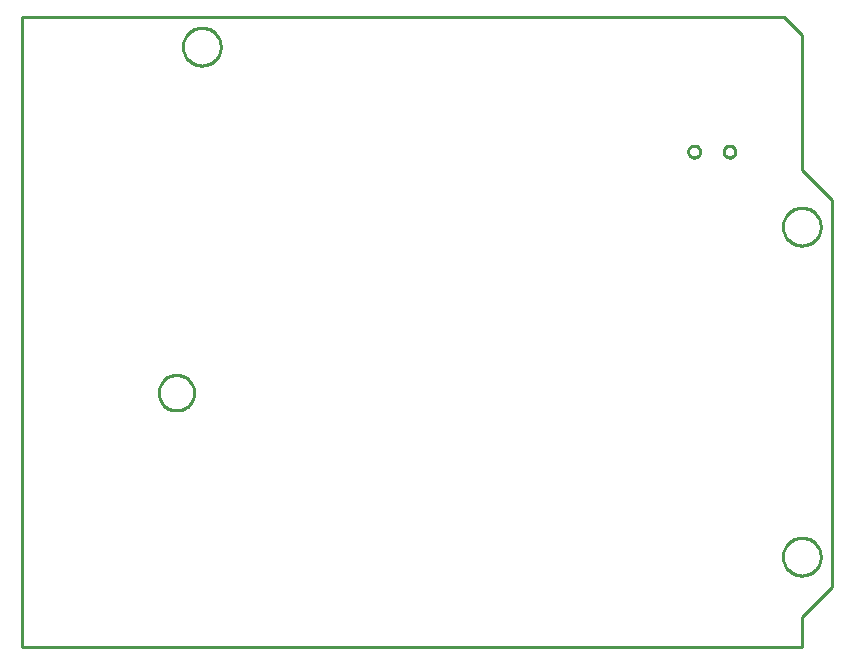
<source format=gbr>
G04 EAGLE Gerber RS-274X export*
G75*
%MOMM*%
%FSLAX34Y34*%
%LPD*%
%IN*%
%IPPOS*%
%AMOC8*
5,1,8,0,0,1.08239X$1,22.5*%
G01*
%ADD10C,0.254000*%


D10*
X0Y0D02*
X660400Y0D01*
X660400Y25400D01*
X685800Y50800D01*
X685800Y378460D01*
X660400Y403860D01*
X660400Y518160D01*
X645160Y533400D01*
X0Y533400D01*
X0Y0D01*
X168400Y507476D02*
X168332Y506431D01*
X168195Y505392D01*
X167990Y504365D01*
X167719Y503353D01*
X167383Y502361D01*
X166982Y501393D01*
X166518Y500454D01*
X165995Y499546D01*
X165413Y498675D01*
X164775Y497844D01*
X164084Y497057D01*
X163343Y496316D01*
X162556Y495625D01*
X161725Y494988D01*
X160854Y494406D01*
X159946Y493882D01*
X159007Y493418D01*
X158039Y493017D01*
X157047Y492681D01*
X156035Y492410D01*
X155008Y492205D01*
X153969Y492069D01*
X152924Y492000D01*
X151876Y492000D01*
X150831Y492069D01*
X149792Y492205D01*
X148765Y492410D01*
X147753Y492681D01*
X146761Y493017D01*
X145793Y493418D01*
X144854Y493882D01*
X143946Y494406D01*
X143075Y494988D01*
X142244Y495625D01*
X141457Y496316D01*
X140716Y497057D01*
X140025Y497844D01*
X139388Y498675D01*
X138806Y499546D01*
X138282Y500454D01*
X137818Y501393D01*
X137417Y502361D01*
X137081Y503353D01*
X136810Y504365D01*
X136605Y505392D01*
X136469Y506431D01*
X136400Y507476D01*
X136400Y508524D01*
X136469Y509569D01*
X136605Y510608D01*
X136810Y511635D01*
X137081Y512647D01*
X137417Y513639D01*
X137818Y514607D01*
X138282Y515546D01*
X138806Y516454D01*
X139388Y517325D01*
X140025Y518156D01*
X140716Y518943D01*
X141457Y519684D01*
X142244Y520375D01*
X143075Y521013D01*
X143946Y521595D01*
X144854Y522118D01*
X145793Y522582D01*
X146761Y522983D01*
X147753Y523319D01*
X148765Y523590D01*
X149792Y523795D01*
X150831Y523932D01*
X151876Y524000D01*
X152924Y524000D01*
X153969Y523932D01*
X155008Y523795D01*
X156035Y523590D01*
X157047Y523319D01*
X158039Y522983D01*
X159007Y522582D01*
X159946Y522118D01*
X160854Y521595D01*
X161725Y521013D01*
X162556Y520375D01*
X163343Y519684D01*
X164084Y518943D01*
X164775Y518156D01*
X165413Y517325D01*
X165995Y516454D01*
X166518Y515546D01*
X166982Y514607D01*
X167383Y513639D01*
X167719Y512647D01*
X167990Y511635D01*
X168195Y510608D01*
X168332Y509569D01*
X168400Y508524D01*
X168400Y507476D01*
X676400Y355076D02*
X676332Y354031D01*
X676195Y352992D01*
X675990Y351965D01*
X675719Y350953D01*
X675383Y349961D01*
X674982Y348993D01*
X674518Y348054D01*
X673995Y347146D01*
X673413Y346275D01*
X672775Y345444D01*
X672084Y344657D01*
X671343Y343916D01*
X670556Y343225D01*
X669725Y342588D01*
X668854Y342006D01*
X667946Y341482D01*
X667007Y341018D01*
X666039Y340617D01*
X665047Y340281D01*
X664035Y340010D01*
X663008Y339805D01*
X661969Y339669D01*
X660924Y339600D01*
X659876Y339600D01*
X658831Y339669D01*
X657792Y339805D01*
X656765Y340010D01*
X655753Y340281D01*
X654761Y340617D01*
X653793Y341018D01*
X652854Y341482D01*
X651946Y342006D01*
X651075Y342588D01*
X650244Y343225D01*
X649457Y343916D01*
X648716Y344657D01*
X648025Y345444D01*
X647388Y346275D01*
X646806Y347146D01*
X646282Y348054D01*
X645818Y348993D01*
X645417Y349961D01*
X645081Y350953D01*
X644810Y351965D01*
X644605Y352992D01*
X644469Y354031D01*
X644400Y355076D01*
X644400Y356124D01*
X644469Y357169D01*
X644605Y358208D01*
X644810Y359235D01*
X645081Y360247D01*
X645417Y361239D01*
X645818Y362207D01*
X646282Y363146D01*
X646806Y364054D01*
X647388Y364925D01*
X648025Y365756D01*
X648716Y366543D01*
X649457Y367284D01*
X650244Y367975D01*
X651075Y368613D01*
X651946Y369195D01*
X652854Y369718D01*
X653793Y370182D01*
X654761Y370583D01*
X655753Y370919D01*
X656765Y371190D01*
X657792Y371395D01*
X658831Y371532D01*
X659876Y371600D01*
X660924Y371600D01*
X661969Y371532D01*
X663008Y371395D01*
X664035Y371190D01*
X665047Y370919D01*
X666039Y370583D01*
X667007Y370182D01*
X667946Y369718D01*
X668854Y369195D01*
X669725Y368613D01*
X670556Y367975D01*
X671343Y367284D01*
X672084Y366543D01*
X672775Y365756D01*
X673413Y364925D01*
X673995Y364054D01*
X674518Y363146D01*
X674982Y362207D01*
X675383Y361239D01*
X675719Y360247D01*
X675990Y359235D01*
X676195Y358208D01*
X676332Y357169D01*
X676400Y356124D01*
X676400Y355076D01*
X676400Y75676D02*
X676332Y74631D01*
X676195Y73592D01*
X675990Y72565D01*
X675719Y71553D01*
X675383Y70561D01*
X674982Y69593D01*
X674518Y68654D01*
X673995Y67746D01*
X673413Y66875D01*
X672775Y66044D01*
X672084Y65257D01*
X671343Y64516D01*
X670556Y63825D01*
X669725Y63188D01*
X668854Y62606D01*
X667946Y62082D01*
X667007Y61618D01*
X666039Y61217D01*
X665047Y60881D01*
X664035Y60610D01*
X663008Y60405D01*
X661969Y60269D01*
X660924Y60200D01*
X659876Y60200D01*
X658831Y60269D01*
X657792Y60405D01*
X656765Y60610D01*
X655753Y60881D01*
X654761Y61217D01*
X653793Y61618D01*
X652854Y62082D01*
X651946Y62606D01*
X651075Y63188D01*
X650244Y63825D01*
X649457Y64516D01*
X648716Y65257D01*
X648025Y66044D01*
X647388Y66875D01*
X646806Y67746D01*
X646282Y68654D01*
X645818Y69593D01*
X645417Y70561D01*
X645081Y71553D01*
X644810Y72565D01*
X644605Y73592D01*
X644469Y74631D01*
X644400Y75676D01*
X644400Y76724D01*
X644469Y77769D01*
X644605Y78808D01*
X644810Y79835D01*
X645081Y80847D01*
X645417Y81839D01*
X645818Y82807D01*
X646282Y83746D01*
X646806Y84654D01*
X647388Y85525D01*
X648025Y86356D01*
X648716Y87143D01*
X649457Y87884D01*
X650244Y88575D01*
X651075Y89213D01*
X651946Y89795D01*
X652854Y90318D01*
X653793Y90782D01*
X654761Y91183D01*
X655753Y91519D01*
X656765Y91790D01*
X657792Y91995D01*
X658831Y92132D01*
X659876Y92200D01*
X660924Y92200D01*
X661969Y92132D01*
X663008Y91995D01*
X664035Y91790D01*
X665047Y91519D01*
X666039Y91183D01*
X667007Y90782D01*
X667946Y90318D01*
X668854Y89795D01*
X669725Y89213D01*
X670556Y88575D01*
X671343Y87884D01*
X672084Y87143D01*
X672775Y86356D01*
X673413Y85525D01*
X673995Y84654D01*
X674518Y83746D01*
X674982Y82807D01*
X675383Y81839D01*
X675719Y80847D01*
X675990Y79835D01*
X676195Y78808D01*
X676332Y77769D01*
X676400Y76724D01*
X676400Y75676D01*
X115890Y215556D02*
X115966Y216624D01*
X116119Y217685D01*
X116347Y218732D01*
X116649Y219760D01*
X117023Y220764D01*
X117468Y221739D01*
X117982Y222679D01*
X118561Y223580D01*
X119203Y224438D01*
X119905Y225248D01*
X120662Y226005D01*
X121472Y226707D01*
X122330Y227349D01*
X123231Y227928D01*
X124171Y228442D01*
X125146Y228887D01*
X126150Y229261D01*
X127178Y229563D01*
X128225Y229791D01*
X129286Y229944D01*
X130354Y230020D01*
X131426Y230020D01*
X132494Y229944D01*
X133555Y229791D01*
X134602Y229563D01*
X135630Y229261D01*
X136634Y228887D01*
X137609Y228442D01*
X138549Y227928D01*
X139450Y227349D01*
X140308Y226707D01*
X141118Y226005D01*
X141875Y225248D01*
X142577Y224438D01*
X143219Y223580D01*
X143798Y222679D01*
X144312Y221739D01*
X144757Y220764D01*
X145131Y219760D01*
X145433Y218732D01*
X145661Y217685D01*
X145814Y216624D01*
X145890Y215556D01*
X145890Y214484D01*
X145814Y213416D01*
X145661Y212355D01*
X145433Y211308D01*
X145131Y210280D01*
X144757Y209276D01*
X144312Y208301D01*
X143798Y207361D01*
X143219Y206460D01*
X142577Y205602D01*
X141875Y204792D01*
X141118Y204035D01*
X140308Y203333D01*
X139450Y202691D01*
X138549Y202112D01*
X137609Y201598D01*
X136634Y201153D01*
X135630Y200779D01*
X134602Y200477D01*
X133555Y200249D01*
X132494Y200096D01*
X131426Y200020D01*
X130354Y200020D01*
X129286Y200096D01*
X128225Y200249D01*
X127178Y200477D01*
X126150Y200779D01*
X125146Y201153D01*
X124171Y201598D01*
X123231Y202112D01*
X122330Y202691D01*
X121472Y203333D01*
X120662Y204035D01*
X119905Y204792D01*
X119203Y205602D01*
X118561Y206460D01*
X117982Y207361D01*
X117468Y208301D01*
X117023Y209276D01*
X116649Y210280D01*
X116347Y211308D01*
X116119Y212355D01*
X115966Y213416D01*
X115890Y214484D01*
X115890Y215556D01*
X564200Y419381D02*
X564263Y419939D01*
X564388Y420486D01*
X564573Y421016D01*
X564817Y421522D01*
X565116Y421998D01*
X565466Y422437D01*
X565863Y422834D01*
X566302Y423184D01*
X566778Y423483D01*
X567284Y423727D01*
X567814Y423912D01*
X568361Y424037D01*
X568919Y424100D01*
X569481Y424100D01*
X570039Y424037D01*
X570586Y423912D01*
X571116Y423727D01*
X571622Y423483D01*
X572098Y423184D01*
X572537Y422834D01*
X572934Y422437D01*
X573284Y421998D01*
X573583Y421522D01*
X573827Y421016D01*
X574012Y420486D01*
X574137Y419939D01*
X574200Y419381D01*
X574200Y418819D01*
X574137Y418261D01*
X574012Y417714D01*
X573827Y417184D01*
X573583Y416678D01*
X573284Y416202D01*
X572934Y415763D01*
X572537Y415366D01*
X572098Y415016D01*
X571622Y414717D01*
X571116Y414473D01*
X570586Y414288D01*
X570039Y414163D01*
X569481Y414100D01*
X568919Y414100D01*
X568361Y414163D01*
X567814Y414288D01*
X567284Y414473D01*
X566778Y414717D01*
X566302Y415016D01*
X565863Y415366D01*
X565466Y415763D01*
X565116Y416202D01*
X564817Y416678D01*
X564573Y417184D01*
X564388Y417714D01*
X564263Y418261D01*
X564200Y418819D01*
X564200Y419381D01*
X594200Y419381D02*
X594263Y419939D01*
X594388Y420486D01*
X594573Y421016D01*
X594817Y421522D01*
X595116Y421998D01*
X595466Y422437D01*
X595863Y422834D01*
X596302Y423184D01*
X596778Y423483D01*
X597284Y423727D01*
X597814Y423912D01*
X598361Y424037D01*
X598919Y424100D01*
X599481Y424100D01*
X600039Y424037D01*
X600586Y423912D01*
X601116Y423727D01*
X601622Y423483D01*
X602098Y423184D01*
X602537Y422834D01*
X602934Y422437D01*
X603284Y421998D01*
X603583Y421522D01*
X603827Y421016D01*
X604012Y420486D01*
X604137Y419939D01*
X604200Y419381D01*
X604200Y418819D01*
X604137Y418261D01*
X604012Y417714D01*
X603827Y417184D01*
X603583Y416678D01*
X603284Y416202D01*
X602934Y415763D01*
X602537Y415366D01*
X602098Y415016D01*
X601622Y414717D01*
X601116Y414473D01*
X600586Y414288D01*
X600039Y414163D01*
X599481Y414100D01*
X598919Y414100D01*
X598361Y414163D01*
X597814Y414288D01*
X597284Y414473D01*
X596778Y414717D01*
X596302Y415016D01*
X595863Y415366D01*
X595466Y415763D01*
X595116Y416202D01*
X594817Y416678D01*
X594573Y417184D01*
X594388Y417714D01*
X594263Y418261D01*
X594200Y418819D01*
X594200Y419381D01*
M02*

</source>
